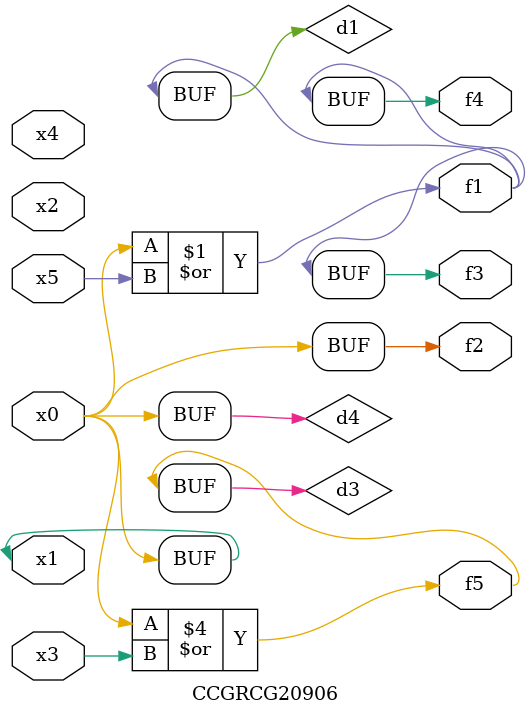
<source format=v>
module CCGRCG20906(
	input x0, x1, x2, x3, x4, x5,
	output f1, f2, f3, f4, f5
);

	wire d1, d2, d3, d4;

	or (d1, x0, x5);
	xnor (d2, x1, x4);
	or (d3, x0, x3);
	buf (d4, x0, x1);
	assign f1 = d1;
	assign f2 = d4;
	assign f3 = d1;
	assign f4 = d1;
	assign f5 = d3;
endmodule

</source>
